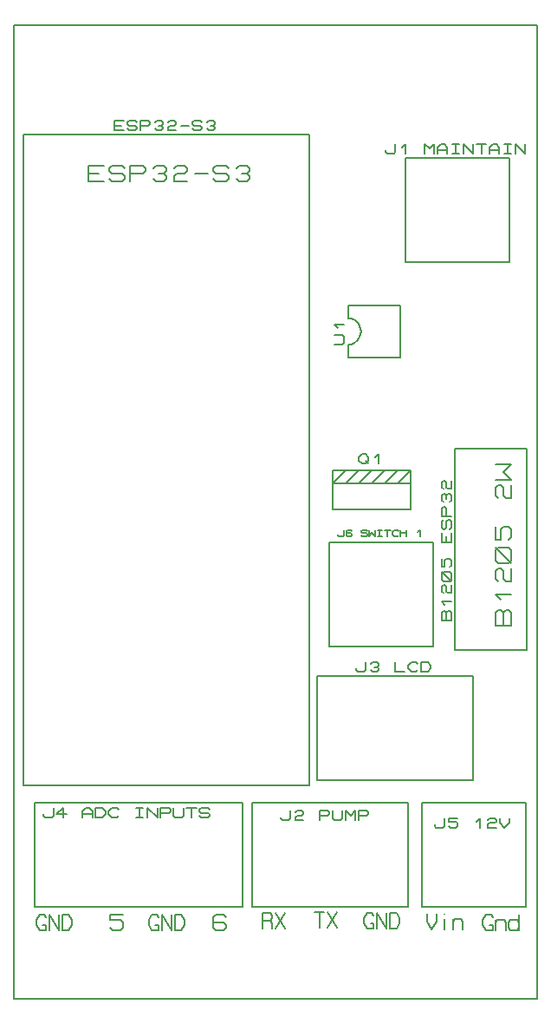
<source format=gbr>
G04 PROTEUS GERBER X2 FILE*
%TF.GenerationSoftware,Labcenter,Proteus,8.13-SP0-Build31525*%
%TF.CreationDate,2024-05-12T14:24:26+00:00*%
%TF.FileFunction,Legend,Top*%
%TF.FilePolarity,Positive*%
%TF.Part,Single*%
%TF.SameCoordinates,{a0f7e056-3ba2-47e4-9380-b7f19c802b0c}*%
%FSLAX45Y45*%
%MOMM*%
G01*
%TA.AperFunction,Material*%
%ADD26C,0.203200*%
%TA.AperFunction,Profile*%
%ADD22C,0.203200*%
%TD.AperFunction*%
D26*
X-1905000Y-1270000D02*
X+889000Y-1270000D01*
X+889000Y+5080000D01*
X-1905000Y+5080000D01*
X-1905000Y-1270000D01*
X-1117600Y+4622800D02*
X-1270000Y+4622800D01*
X-1270000Y+4775200D01*
X-1117600Y+4775200D01*
X-1270000Y+4699000D02*
X-1168400Y+4699000D01*
X-1066800Y+4648200D02*
X-1041400Y+4622800D01*
X-939800Y+4622800D01*
X-914400Y+4648200D01*
X-914400Y+4673600D01*
X-939800Y+4699000D01*
X-1041400Y+4699000D01*
X-1066800Y+4724400D01*
X-1066800Y+4749800D01*
X-1041400Y+4775200D01*
X-939800Y+4775200D01*
X-914400Y+4749800D01*
X-863600Y+4622800D02*
X-863600Y+4775200D01*
X-736600Y+4775200D01*
X-711200Y+4749800D01*
X-711200Y+4724400D01*
X-736600Y+4699000D01*
X-863600Y+4699000D01*
X-635000Y+4749800D02*
X-609600Y+4775200D01*
X-533400Y+4775200D01*
X-508000Y+4749800D01*
X-508000Y+4724400D01*
X-533400Y+4699000D01*
X-508000Y+4673600D01*
X-508000Y+4648200D01*
X-533400Y+4622800D01*
X-609600Y+4622800D01*
X-635000Y+4648200D01*
X-584200Y+4699000D02*
X-533400Y+4699000D01*
X-431800Y+4749800D02*
X-406400Y+4775200D01*
X-330200Y+4775200D01*
X-304800Y+4749800D01*
X-304800Y+4724400D01*
X-330200Y+4699000D01*
X-406400Y+4699000D01*
X-431800Y+4673600D01*
X-431800Y+4622800D01*
X-304800Y+4622800D01*
X-228600Y+4699000D02*
X-101600Y+4699000D01*
X-50800Y+4648200D02*
X-25400Y+4622800D01*
X+76200Y+4622800D01*
X+101600Y+4648200D01*
X+101600Y+4673600D01*
X+76200Y+4699000D01*
X-25400Y+4699000D01*
X-50800Y+4724400D01*
X-50800Y+4749800D01*
X-25400Y+4775200D01*
X+76200Y+4775200D01*
X+101600Y+4749800D01*
X+177800Y+4749800D02*
X+203200Y+4775200D01*
X+279400Y+4775200D01*
X+304800Y+4749800D01*
X+304800Y+4724400D01*
X+279400Y+4699000D01*
X+304800Y+4673600D01*
X+304800Y+4648200D01*
X+279400Y+4622800D01*
X+203200Y+4622800D01*
X+177800Y+4648200D01*
X+228600Y+4699000D02*
X+279400Y+4699000D01*
X-920750Y+5120640D02*
X-1016000Y+5120640D01*
X-1016000Y+5212080D01*
X-920750Y+5212080D01*
X-1016000Y+5166360D02*
X-952500Y+5166360D01*
X-889000Y+5135880D02*
X-873125Y+5120640D01*
X-809625Y+5120640D01*
X-793750Y+5135880D01*
X-793750Y+5151120D01*
X-809625Y+5166360D01*
X-873125Y+5166360D01*
X-889000Y+5181600D01*
X-889000Y+5196840D01*
X-873125Y+5212080D01*
X-809625Y+5212080D01*
X-793750Y+5196840D01*
X-762000Y+5120640D02*
X-762000Y+5212080D01*
X-682625Y+5212080D01*
X-666750Y+5196840D01*
X-666750Y+5181600D01*
X-682625Y+5166360D01*
X-762000Y+5166360D01*
X-619125Y+5196840D02*
X-603250Y+5212080D01*
X-555625Y+5212080D01*
X-539750Y+5196840D01*
X-539750Y+5181600D01*
X-555625Y+5166360D01*
X-539750Y+5151120D01*
X-539750Y+5135880D01*
X-555625Y+5120640D01*
X-603250Y+5120640D01*
X-619125Y+5135880D01*
X-587375Y+5166360D02*
X-555625Y+5166360D01*
X-492125Y+5196840D02*
X-476250Y+5212080D01*
X-428625Y+5212080D01*
X-412750Y+5196840D01*
X-412750Y+5181600D01*
X-428625Y+5166360D01*
X-476250Y+5166360D01*
X-492125Y+5151120D01*
X-492125Y+5120640D01*
X-412750Y+5120640D01*
X-365125Y+5166360D02*
X-285750Y+5166360D01*
X-254000Y+5135880D02*
X-238125Y+5120640D01*
X-174625Y+5120640D01*
X-158750Y+5135880D01*
X-158750Y+5151120D01*
X-174625Y+5166360D01*
X-238125Y+5166360D01*
X-254000Y+5181600D01*
X-254000Y+5196840D01*
X-238125Y+5212080D01*
X-174625Y+5212080D01*
X-158750Y+5196840D01*
X-111125Y+5196840D02*
X-95250Y+5212080D01*
X-47625Y+5212080D01*
X-31750Y+5196840D01*
X-31750Y+5181600D01*
X-47625Y+5166360D01*
X-31750Y+5151120D01*
X-31750Y+5135880D01*
X-47625Y+5120640D01*
X-95250Y+5120640D01*
X-111125Y+5135880D01*
X-79375Y+5166360D02*
X-47625Y+5166360D01*
X+233300Y-2451100D02*
X+233300Y-1435100D01*
X-1798700Y-2451100D02*
X-1798700Y-1435100D01*
X+233300Y-1435100D01*
X+233300Y-2451100D02*
X-1798700Y-2451100D01*
X-1708200Y-1552700D02*
X-1708200Y-1567940D01*
X-1692325Y-1583180D01*
X-1628825Y-1583180D01*
X-1612950Y-1567940D01*
X-1612950Y-1491740D01*
X-1485950Y-1552700D02*
X-1581200Y-1552700D01*
X-1517700Y-1491740D01*
X-1517700Y-1583180D01*
X-1327200Y-1583180D02*
X-1327200Y-1522220D01*
X-1295450Y-1491740D01*
X-1263700Y-1491740D01*
X-1231950Y-1522220D01*
X-1231950Y-1583180D01*
X-1327200Y-1552700D02*
X-1231950Y-1552700D01*
X-1200200Y-1583180D02*
X-1200200Y-1491740D01*
X-1136700Y-1491740D01*
X-1104950Y-1522220D01*
X-1104950Y-1552700D01*
X-1136700Y-1583180D01*
X-1200200Y-1583180D01*
X-977950Y-1567940D02*
X-993825Y-1583180D01*
X-1041450Y-1583180D01*
X-1073200Y-1552700D01*
X-1073200Y-1522220D01*
X-1041450Y-1491740D01*
X-993825Y-1491740D01*
X-977950Y-1506980D01*
X-803325Y-1491740D02*
X-739825Y-1491740D01*
X-771575Y-1491740D02*
X-771575Y-1583180D01*
X-803325Y-1583180D02*
X-739825Y-1583180D01*
X-692200Y-1583180D02*
X-692200Y-1491740D01*
X-596950Y-1583180D01*
X-596950Y-1491740D01*
X-565200Y-1583180D02*
X-565200Y-1491740D01*
X-485825Y-1491740D01*
X-469950Y-1506980D01*
X-469950Y-1522220D01*
X-485825Y-1537460D01*
X-565200Y-1537460D01*
X-438200Y-1491740D02*
X-438200Y-1567940D01*
X-422325Y-1583180D01*
X-358825Y-1583180D01*
X-342950Y-1567940D01*
X-342950Y-1491740D01*
X-311200Y-1491740D02*
X-215950Y-1491740D01*
X-263575Y-1491740D02*
X-263575Y-1583180D01*
X-184200Y-1567940D02*
X-168325Y-1583180D01*
X-104825Y-1583180D01*
X-88950Y-1567940D01*
X-88950Y-1552700D01*
X-104825Y-1537460D01*
X-168325Y-1537460D01*
X-184200Y-1522220D01*
X-184200Y-1506980D01*
X-168325Y-1491740D01*
X-104825Y-1491740D01*
X-88950Y-1506980D01*
X+3001900Y-2451100D02*
X+3001900Y-1435100D01*
X+1985900Y-2451100D02*
X+1985900Y-1435100D01*
X+3001900Y-1435100D02*
X+1985900Y-1435100D01*
X+3001900Y-2451100D02*
X+1985900Y-2451100D01*
X+2112900Y-1652700D02*
X+2112900Y-1667940D01*
X+2128775Y-1683180D01*
X+2192275Y-1683180D01*
X+2208150Y-1667940D01*
X+2208150Y-1591740D01*
X+2335150Y-1591740D02*
X+2255775Y-1591740D01*
X+2255775Y-1622220D01*
X+2319275Y-1622220D01*
X+2335150Y-1637460D01*
X+2335150Y-1667940D01*
X+2319275Y-1683180D01*
X+2271650Y-1683180D01*
X+2255775Y-1667940D01*
X+2525650Y-1622220D02*
X+2557400Y-1591740D01*
X+2557400Y-1683180D01*
X+2636775Y-1606980D02*
X+2652650Y-1591740D01*
X+2700275Y-1591740D01*
X+2716150Y-1606980D01*
X+2716150Y-1622220D01*
X+2700275Y-1637460D01*
X+2652650Y-1637460D01*
X+2636775Y-1652700D01*
X+2636775Y-1683180D01*
X+2716150Y-1683180D01*
X+2747900Y-1591740D02*
X+2747900Y-1637460D01*
X+2795525Y-1683180D01*
X+2843150Y-1637460D01*
X+2843150Y-1591740D01*
X+2649500Y-2636800D02*
X+2681250Y-2636800D01*
X+2681250Y-2687600D01*
X+2617750Y-2687600D01*
X+2586000Y-2636800D01*
X+2586000Y-2586000D01*
X+2617750Y-2535200D01*
X+2665375Y-2535200D01*
X+2681250Y-2560600D01*
X+2713000Y-2687600D02*
X+2713000Y-2586000D01*
X+2713000Y-2611400D02*
X+2728875Y-2586000D01*
X+2792375Y-2586000D01*
X+2808250Y-2611400D01*
X+2808250Y-2687600D01*
X+2935250Y-2611400D02*
X+2919375Y-2586000D01*
X+2855875Y-2586000D01*
X+2840000Y-2611400D01*
X+2840000Y-2662200D01*
X+2855875Y-2687600D01*
X+2919375Y-2687600D01*
X+2935250Y-2662200D01*
X+2935250Y-2687600D02*
X+2935250Y-2535200D01*
X+2038300Y-2522500D02*
X+2038300Y-2598700D01*
X+2085925Y-2674900D01*
X+2133550Y-2598700D01*
X+2133550Y-2522500D01*
X+2212925Y-2573300D02*
X+2212925Y-2674900D01*
X+2212925Y-2522500D02*
X+2212925Y-2522500D01*
X+2292300Y-2674900D02*
X+2292300Y-2573300D01*
X+2292300Y-2598700D02*
X+2308175Y-2573300D01*
X+2371675Y-2573300D01*
X+2387550Y-2598700D01*
X+2387550Y-2674900D01*
X+2314420Y+54100D02*
X+3014420Y+54100D01*
X+3014420Y+2014100D01*
X+2314420Y+2014100D01*
X+2314420Y+54100D01*
X+2862700Y+284100D02*
X+2710300Y+284100D01*
X+2710300Y+411100D01*
X+2735700Y+436500D01*
X+2761100Y+436500D01*
X+2786500Y+411100D01*
X+2811900Y+436500D01*
X+2837300Y+436500D01*
X+2862700Y+411100D01*
X+2862700Y+284100D01*
X+2786500Y+284100D02*
X+2786500Y+411100D01*
X+2761100Y+538100D02*
X+2710300Y+588900D01*
X+2862700Y+588900D01*
X+2735700Y+715900D02*
X+2710300Y+741300D01*
X+2710300Y+817500D01*
X+2735700Y+842900D01*
X+2761100Y+842900D01*
X+2786500Y+817500D01*
X+2786500Y+741300D01*
X+2811900Y+715900D01*
X+2862700Y+715900D01*
X+2862700Y+842900D01*
X+2837300Y+893700D02*
X+2735700Y+893700D01*
X+2710300Y+919100D01*
X+2710300Y+1020700D01*
X+2735700Y+1046100D01*
X+2837300Y+1046100D01*
X+2862700Y+1020700D01*
X+2862700Y+919100D01*
X+2837300Y+893700D01*
X+2862700Y+893700D02*
X+2710300Y+1046100D01*
X+2710300Y+1249300D02*
X+2710300Y+1122300D01*
X+2761100Y+1122300D01*
X+2761100Y+1223900D01*
X+2786500Y+1249300D01*
X+2837300Y+1249300D01*
X+2862700Y+1223900D01*
X+2862700Y+1147700D01*
X+2837300Y+1122300D01*
X+2735700Y+1528700D02*
X+2710300Y+1554100D01*
X+2710300Y+1630300D01*
X+2735700Y+1655700D01*
X+2761100Y+1655700D01*
X+2786500Y+1630300D01*
X+2786500Y+1554100D01*
X+2811900Y+1528700D01*
X+2862700Y+1528700D01*
X+2862700Y+1655700D01*
X+2710300Y+1706500D02*
X+2862700Y+1706500D01*
X+2786500Y+1782700D01*
X+2862700Y+1858900D01*
X+2710300Y+1858900D01*
X+2273780Y+335600D02*
X+2182340Y+335600D01*
X+2182340Y+414975D01*
X+2197580Y+430850D01*
X+2212820Y+430850D01*
X+2228060Y+414975D01*
X+2243300Y+430850D01*
X+2258540Y+430850D01*
X+2273780Y+414975D01*
X+2273780Y+335600D01*
X+2228060Y+335600D02*
X+2228060Y+414975D01*
X+2212820Y+494350D02*
X+2182340Y+526100D01*
X+2273780Y+526100D01*
X+2197580Y+605475D02*
X+2182340Y+621350D01*
X+2182340Y+668975D01*
X+2197580Y+684850D01*
X+2212820Y+684850D01*
X+2228060Y+668975D01*
X+2228060Y+621350D01*
X+2243300Y+605475D01*
X+2273780Y+605475D01*
X+2273780Y+684850D01*
X+2258540Y+716600D02*
X+2197580Y+716600D01*
X+2182340Y+732475D01*
X+2182340Y+795975D01*
X+2197580Y+811850D01*
X+2258540Y+811850D01*
X+2273780Y+795975D01*
X+2273780Y+732475D01*
X+2258540Y+716600D01*
X+2273780Y+716600D02*
X+2182340Y+811850D01*
X+2182340Y+938850D02*
X+2182340Y+859475D01*
X+2212820Y+859475D01*
X+2212820Y+922975D01*
X+2228060Y+938850D01*
X+2258540Y+938850D01*
X+2273780Y+922975D01*
X+2273780Y+875350D01*
X+2258540Y+859475D01*
X+2273780Y+1192850D02*
X+2273780Y+1097600D01*
X+2182340Y+1097600D01*
X+2182340Y+1192850D01*
X+2228060Y+1097600D02*
X+2228060Y+1161100D01*
X+2258540Y+1224600D02*
X+2273780Y+1240475D01*
X+2273780Y+1303975D01*
X+2258540Y+1319850D01*
X+2243300Y+1319850D01*
X+2228060Y+1303975D01*
X+2228060Y+1240475D01*
X+2212820Y+1224600D01*
X+2197580Y+1224600D01*
X+2182340Y+1240475D01*
X+2182340Y+1303975D01*
X+2197580Y+1319850D01*
X+2273780Y+1351600D02*
X+2182340Y+1351600D01*
X+2182340Y+1430975D01*
X+2197580Y+1446850D01*
X+2212820Y+1446850D01*
X+2228060Y+1430975D01*
X+2228060Y+1351600D01*
X+2197580Y+1494475D02*
X+2182340Y+1510350D01*
X+2182340Y+1557975D01*
X+2197580Y+1573850D01*
X+2212820Y+1573850D01*
X+2228060Y+1557975D01*
X+2243300Y+1573850D01*
X+2258540Y+1573850D01*
X+2273780Y+1557975D01*
X+2273780Y+1510350D01*
X+2258540Y+1494475D01*
X+2228060Y+1526225D02*
X+2228060Y+1557975D01*
X+2197580Y+1621475D02*
X+2182340Y+1637350D01*
X+2182340Y+1684975D01*
X+2197580Y+1700850D01*
X+2212820Y+1700850D01*
X+2228060Y+1684975D01*
X+2228060Y+1637350D01*
X+2243300Y+1621475D01*
X+2273780Y+1621475D01*
X+2273780Y+1700850D01*
X+72700Y-2554300D02*
X+47300Y-2528900D01*
X-28900Y-2528900D01*
X-54300Y-2554300D01*
X-54300Y-2655900D01*
X-28900Y-2681300D01*
X+47300Y-2681300D01*
X+72700Y-2655900D01*
X+72700Y-2630500D01*
X+47300Y-2605100D01*
X-54300Y-2605100D01*
X-927300Y-2528900D02*
X-1054300Y-2528900D01*
X-1054300Y-2579700D01*
X-952700Y-2579700D01*
X-927300Y-2605100D01*
X-927300Y-2655900D01*
X-952700Y-2681300D01*
X-1028900Y-2681300D01*
X-1054300Y-2655900D01*
X-1716200Y-2630500D02*
X-1684450Y-2630500D01*
X-1684450Y-2681300D01*
X-1747950Y-2681300D01*
X-1779700Y-2630500D01*
X-1779700Y-2579700D01*
X-1747950Y-2528900D01*
X-1700325Y-2528900D01*
X-1684450Y-2554300D01*
X-1652700Y-2681300D02*
X-1652700Y-2528900D01*
X-1557450Y-2681300D01*
X-1557450Y-2528900D01*
X-1525700Y-2681300D02*
X-1525700Y-2528900D01*
X-1462200Y-2528900D01*
X-1430450Y-2579700D01*
X-1430450Y-2630500D01*
X-1462200Y-2681300D01*
X-1525700Y-2681300D01*
X-616200Y-2630500D02*
X-584450Y-2630500D01*
X-584450Y-2681300D01*
X-647950Y-2681300D01*
X-679700Y-2630500D01*
X-679700Y-2579700D01*
X-647950Y-2528900D01*
X-600325Y-2528900D01*
X-584450Y-2554300D01*
X-552700Y-2681300D02*
X-552700Y-2528900D01*
X-457450Y-2681300D01*
X-457450Y-2528900D01*
X-425700Y-2681300D02*
X-425700Y-2528900D01*
X-362200Y-2528900D01*
X-330450Y-2579700D01*
X-330450Y-2630500D01*
X-362200Y-2681300D01*
X-425700Y-2681300D01*
X+330200Y-1435100D02*
X+330200Y-2451100D01*
X+1854200Y-1435100D02*
X+1854200Y-2451100D01*
X+330200Y-2451100D02*
X+1854200Y-2451100D01*
X+1854200Y-1435100D02*
X+330200Y-1435100D01*
X+609600Y-1579880D02*
X+609600Y-1595120D01*
X+625475Y-1610360D01*
X+688975Y-1610360D01*
X+704850Y-1595120D01*
X+704850Y-1518920D01*
X+752475Y-1534160D02*
X+768350Y-1518920D01*
X+815975Y-1518920D01*
X+831850Y-1534160D01*
X+831850Y-1549400D01*
X+815975Y-1564640D01*
X+768350Y-1564640D01*
X+752475Y-1579880D01*
X+752475Y-1610360D01*
X+831850Y-1610360D01*
X+990600Y-1610360D02*
X+990600Y-1518920D01*
X+1069975Y-1518920D01*
X+1085850Y-1534160D01*
X+1085850Y-1549400D01*
X+1069975Y-1564640D01*
X+990600Y-1564640D01*
X+1117600Y-1518920D02*
X+1117600Y-1595120D01*
X+1133475Y-1610360D01*
X+1196975Y-1610360D01*
X+1212850Y-1595120D01*
X+1212850Y-1518920D01*
X+1244600Y-1610360D02*
X+1244600Y-1518920D01*
X+1292225Y-1564640D01*
X+1339850Y-1518920D01*
X+1339850Y-1610360D01*
X+1371600Y-1610360D02*
X+1371600Y-1518920D01*
X+1450975Y-1518920D01*
X+1466850Y-1534160D01*
X+1466850Y-1549400D01*
X+1450975Y-1564640D01*
X+1371600Y-1564640D01*
X+431800Y-2667000D02*
X+431800Y-2514600D01*
X+511175Y-2514600D01*
X+527050Y-2540000D01*
X+527050Y-2565400D01*
X+511175Y-2590800D01*
X+431800Y-2590800D01*
X+511175Y-2590800D02*
X+527050Y-2616200D01*
X+527050Y-2667000D01*
X+558800Y-2514600D02*
X+654050Y-2667000D01*
X+558800Y-2667000D02*
X+654050Y-2514600D01*
X+939800Y-2501900D02*
X+1035050Y-2501900D01*
X+987425Y-2501900D02*
X+987425Y-2654300D01*
X+1066800Y-2501900D02*
X+1162050Y-2654300D01*
X+1066800Y-2654300D02*
X+1162050Y-2501900D01*
X+1485900Y-2616200D02*
X+1517650Y-2616200D01*
X+1517650Y-2667000D01*
X+1454150Y-2667000D01*
X+1422400Y-2616200D01*
X+1422400Y-2565400D01*
X+1454150Y-2514600D01*
X+1501775Y-2514600D01*
X+1517650Y-2540000D01*
X+1549400Y-2667000D02*
X+1549400Y-2514600D01*
X+1644650Y-2667000D01*
X+1644650Y-2514600D01*
X+1676400Y-2667000D02*
X+1676400Y-2514600D01*
X+1739900Y-2514600D01*
X+1771650Y-2565400D01*
X+1771650Y-2616200D01*
X+1739900Y-2667000D01*
X+1676400Y-2667000D01*
X+1826300Y+4854100D02*
X+1826300Y+3838100D01*
X+2842300Y+4854100D02*
X+2842300Y+3838100D01*
X+1826300Y+3838100D02*
X+2842300Y+3838100D01*
X+1826300Y+4854100D02*
X+2842300Y+4854100D01*
X+1635800Y+4925220D02*
X+1635800Y+4909980D01*
X+1651675Y+4894740D01*
X+1715175Y+4894740D01*
X+1731050Y+4909980D01*
X+1731050Y+4986180D01*
X+1794550Y+4955700D02*
X+1826300Y+4986180D01*
X+1826300Y+4894740D01*
X+2016800Y+4894740D02*
X+2016800Y+4986180D01*
X+2064425Y+4940460D01*
X+2112050Y+4986180D01*
X+2112050Y+4894740D01*
X+2143800Y+4894740D02*
X+2143800Y+4955700D01*
X+2175550Y+4986180D01*
X+2207300Y+4986180D01*
X+2239050Y+4955700D01*
X+2239050Y+4894740D01*
X+2143800Y+4925220D02*
X+2239050Y+4925220D01*
X+2286675Y+4986180D02*
X+2350175Y+4986180D01*
X+2318425Y+4986180D02*
X+2318425Y+4894740D01*
X+2286675Y+4894740D02*
X+2350175Y+4894740D01*
X+2397800Y+4894740D02*
X+2397800Y+4986180D01*
X+2493050Y+4894740D01*
X+2493050Y+4986180D01*
X+2524800Y+4986180D02*
X+2620050Y+4986180D01*
X+2572425Y+4986180D02*
X+2572425Y+4894740D01*
X+2651800Y+4894740D02*
X+2651800Y+4955700D01*
X+2683550Y+4986180D01*
X+2715300Y+4986180D01*
X+2747050Y+4955700D01*
X+2747050Y+4894740D01*
X+2651800Y+4925220D02*
X+2747050Y+4925220D01*
X+2794675Y+4986180D02*
X+2858175Y+4986180D01*
X+2826425Y+4986180D02*
X+2826425Y+4894740D01*
X+2794675Y+4894740D02*
X+2858175Y+4894740D01*
X+2905800Y+4894740D02*
X+2905800Y+4986180D01*
X+3001050Y+4894740D01*
X+3001050Y+4986180D01*
X+1079500Y+1104900D02*
X+1079500Y+88900D01*
X+2095500Y+1104900D02*
X+2095500Y+88900D01*
X+1079500Y+88900D02*
X+2095500Y+88900D01*
X+1079500Y+1104900D02*
X+2095500Y+1104900D01*
X+1168400Y+1181100D02*
X+1168400Y+1170940D01*
X+1177925Y+1160780D01*
X+1216025Y+1160780D01*
X+1225550Y+1170940D01*
X+1225550Y+1221740D01*
X+1301750Y+1211580D02*
X+1292225Y+1221740D01*
X+1263650Y+1221740D01*
X+1254125Y+1211580D01*
X+1254125Y+1170940D01*
X+1263650Y+1160780D01*
X+1292225Y+1160780D01*
X+1301750Y+1170940D01*
X+1301750Y+1181100D01*
X+1292225Y+1191260D01*
X+1254125Y+1191260D01*
X+1397000Y+1170940D02*
X+1406525Y+1160780D01*
X+1444625Y+1160780D01*
X+1454150Y+1170940D01*
X+1454150Y+1181100D01*
X+1444625Y+1191260D01*
X+1406525Y+1191260D01*
X+1397000Y+1201420D01*
X+1397000Y+1211580D01*
X+1406525Y+1221740D01*
X+1444625Y+1221740D01*
X+1454150Y+1211580D01*
X+1473200Y+1221740D02*
X+1473200Y+1160780D01*
X+1501775Y+1191260D01*
X+1530350Y+1160780D01*
X+1530350Y+1221740D01*
X+1558925Y+1221740D02*
X+1597025Y+1221740D01*
X+1577975Y+1221740D02*
X+1577975Y+1160780D01*
X+1558925Y+1160780D02*
X+1597025Y+1160780D01*
X+1625600Y+1221740D02*
X+1682750Y+1221740D01*
X+1654175Y+1221740D02*
X+1654175Y+1160780D01*
X+1758950Y+1170940D02*
X+1749425Y+1160780D01*
X+1720850Y+1160780D01*
X+1701800Y+1181100D01*
X+1701800Y+1201420D01*
X+1720850Y+1221740D01*
X+1749425Y+1221740D01*
X+1758950Y+1211580D01*
X+1778000Y+1160780D02*
X+1778000Y+1221740D01*
X+1835150Y+1221740D02*
X+1835150Y+1160780D01*
X+1778000Y+1191260D02*
X+1835150Y+1191260D01*
X+1949450Y+1201420D02*
X+1968500Y+1221740D01*
X+1968500Y+1160780D01*
X+1117600Y+1422400D02*
X+1879600Y+1422400D01*
X+1879600Y+1676400D01*
X+1117600Y+1676400D01*
X+1117600Y+1422400D01*
X+1117600Y+1676400D02*
X+1117600Y+1803400D01*
X+1879600Y+1803400D01*
X+1879600Y+1676400D01*
X+1117600Y+1676400D02*
X+1244600Y+1803400D01*
X+1244600Y+1676400D02*
X+1371600Y+1803400D01*
X+1371600Y+1676400D02*
X+1498600Y+1803400D01*
X+1498600Y+1676400D02*
X+1625600Y+1803400D01*
X+1625600Y+1676400D02*
X+1752600Y+1803400D01*
X+1752600Y+1676400D02*
X+1879600Y+1803400D01*
X+1371600Y+1930400D02*
X+1403350Y+1960880D01*
X+1435100Y+1960880D01*
X+1466850Y+1930400D01*
X+1466850Y+1899920D01*
X+1435100Y+1869440D01*
X+1403350Y+1869440D01*
X+1371600Y+1899920D01*
X+1371600Y+1930400D01*
X+1435100Y+1899920D02*
X+1466850Y+1869440D01*
X+1530350Y+1930400D02*
X+1562100Y+1960880D01*
X+1562100Y+1869440D01*
X+1266550Y+3285850D02*
X+1266550Y+3412850D01*
X+1774550Y+3412850D01*
X+1774550Y+2904850D01*
X+1266550Y+2904850D01*
X+1266550Y+3031850D01*
X+1393550Y+3158850D02*
X+1391114Y+3184726D01*
X+1384065Y+3208698D01*
X+1372788Y+3230288D01*
X+1357672Y+3249020D01*
X+1339104Y+3264419D01*
X+1317469Y+3276008D01*
X+1293156Y+3283310D01*
X+1266550Y+3285850D01*
X+1393550Y+3158850D02*
X+1391114Y+3132244D01*
X+1384065Y+3107931D01*
X+1372788Y+3086296D01*
X+1357672Y+3067728D01*
X+1339104Y+3052612D01*
X+1317469Y+3041335D01*
X+1293156Y+3034286D01*
X+1266550Y+3031850D01*
X+1134470Y+3031850D02*
X+1210670Y+3031850D01*
X+1225910Y+3047725D01*
X+1225910Y+3111225D01*
X+1210670Y+3127100D01*
X+1134470Y+3127100D01*
X+1164950Y+3190600D02*
X+1134470Y+3222350D01*
X+1225910Y+3222350D01*
D22*
X-1995300Y-3350000D02*
X+3114700Y-3350000D01*
X+3114700Y+6150000D01*
X-1995300Y+6150000D01*
X-1995300Y-3350000D01*
D26*
X+966000Y-202000D02*
X+966000Y-1218000D01*
X+2490000Y-202000D02*
X+2490000Y-1218000D01*
X+966000Y-1218000D02*
X+2490000Y-1218000D01*
X+2490000Y-202000D02*
X+966000Y-202000D01*
X+1347000Y-130880D02*
X+1347000Y-146120D01*
X+1362875Y-161360D01*
X+1426375Y-161360D01*
X+1442250Y-146120D01*
X+1442250Y-69920D01*
X+1489875Y-85160D02*
X+1505750Y-69920D01*
X+1553375Y-69920D01*
X+1569250Y-85160D01*
X+1569250Y-100400D01*
X+1553375Y-115640D01*
X+1569250Y-130880D01*
X+1569250Y-146120D01*
X+1553375Y-161360D01*
X+1505750Y-161360D01*
X+1489875Y-146120D01*
X+1521625Y-115640D02*
X+1553375Y-115640D01*
X+1728000Y-69920D02*
X+1728000Y-161360D01*
X+1823250Y-161360D01*
X+1950250Y-146120D02*
X+1934375Y-161360D01*
X+1886750Y-161360D01*
X+1855000Y-130880D01*
X+1855000Y-100400D01*
X+1886750Y-69920D01*
X+1934375Y-69920D01*
X+1950250Y-85160D01*
X+1982000Y-161360D02*
X+1982000Y-69920D01*
X+2045500Y-69920D01*
X+2077250Y-100400D01*
X+2077250Y-130880D01*
X+2045500Y-161360D01*
X+1982000Y-161360D01*
M02*

</source>
